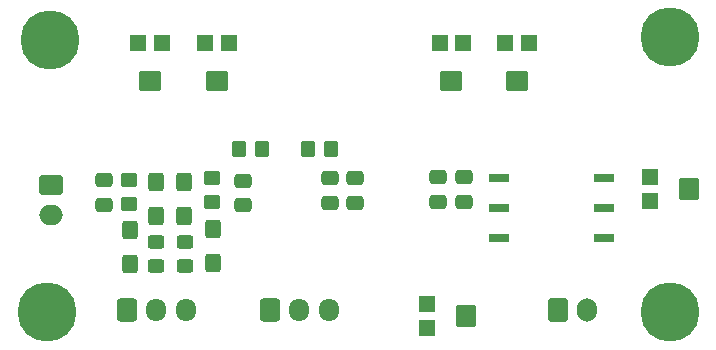
<source format=gts>
%TF.GenerationSoftware,KiCad,Pcbnew,8.0.0*%
%TF.CreationDate,2024-03-25T10:57:50+01:00*%
%TF.ProjectId,MicAmp,4d696341-6d70-42e6-9b69-6361645f7063,v2*%
%TF.SameCoordinates,Original*%
%TF.FileFunction,Soldermask,Top*%
%TF.FilePolarity,Negative*%
%FSLAX46Y46*%
G04 Gerber Fmt 4.6, Leading zero omitted, Abs format (unit mm)*
G04 Created by KiCad (PCBNEW 8.0.0) date 2024-03-25 10:57:50*
%MOMM*%
%LPD*%
G01*
G04 APERTURE LIST*
G04 Aperture macros list*
%AMRoundRect*
0 Rectangle with rounded corners*
0 $1 Rounding radius*
0 $2 $3 $4 $5 $6 $7 $8 $9 X,Y pos of 4 corners*
0 Add a 4 corners polygon primitive as box body*
4,1,4,$2,$3,$4,$5,$6,$7,$8,$9,$2,$3,0*
0 Add four circle primitives for the rounded corners*
1,1,$1+$1,$2,$3*
1,1,$1+$1,$4,$5*
1,1,$1+$1,$6,$7*
1,1,$1+$1,$8,$9*
0 Add four rect primitives between the rounded corners*
20,1,$1+$1,$2,$3,$4,$5,0*
20,1,$1+$1,$4,$5,$6,$7,0*
20,1,$1+$1,$6,$7,$8,$9,0*
20,1,$1+$1,$8,$9,$2,$3,0*%
G04 Aperture macros list end*
%ADD10RoundRect,0.250000X0.350000X0.450000X-0.350000X0.450000X-0.350000X-0.450000X0.350000X-0.450000X0*%
%ADD11RoundRect,0.250000X-0.475000X0.337500X-0.475000X-0.337500X0.475000X-0.337500X0.475000X0.337500X0*%
%ADD12RoundRect,0.250000X0.450000X-0.325000X0.450000X0.325000X-0.450000X0.325000X-0.450000X-0.325000X0*%
%ADD13RoundRect,0.250000X-0.450000X0.350000X-0.450000X-0.350000X0.450000X-0.350000X0.450000X0.350000X0*%
%ADD14RoundRect,0.102000X-0.600000X0.600000X-0.600000X-0.600000X0.600000X-0.600000X0.600000X0.600000X0*%
%ADD15RoundRect,0.102000X-0.800000X0.750000X-0.800000X-0.750000X0.800000X-0.750000X0.800000X0.750000X0*%
%ADD16RoundRect,0.250000X0.425000X-0.537500X0.425000X0.537500X-0.425000X0.537500X-0.425000X-0.537500X0*%
%ADD17RoundRect,0.250000X-0.750000X0.600000X-0.750000X-0.600000X0.750000X-0.600000X0.750000X0.600000X0*%
%ADD18O,2.000000X1.700000*%
%ADD19R,1.803400X0.685800*%
%ADD20RoundRect,0.250000X0.475000X-0.337500X0.475000X0.337500X-0.475000X0.337500X-0.475000X-0.337500X0*%
%ADD21RoundRect,0.102000X-0.600000X-0.600000X0.600000X-0.600000X0.600000X0.600000X-0.600000X0.600000X0*%
%ADD22RoundRect,0.102000X-0.750000X-0.800000X0.750000X-0.800000X0.750000X0.800000X-0.750000X0.800000X0*%
%ADD23RoundRect,0.250000X-0.600000X-0.750000X0.600000X-0.750000X0.600000X0.750000X-0.600000X0.750000X0*%
%ADD24O,1.700000X2.000000*%
%ADD25C,2.900000*%
%ADD26C,5.000000*%
%ADD27RoundRect,0.250000X-0.425000X0.537500X-0.425000X-0.537500X0.425000X-0.537500X0.425000X0.537500X0*%
%ADD28RoundRect,0.250000X-0.600000X-0.725000X0.600000X-0.725000X0.600000X0.725000X-0.600000X0.725000X0*%
%ADD29O,1.700000X1.950000*%
G04 APERTURE END LIST*
D10*
%TO.C,R13*%
X122956300Y-114986500D03*
X120956300Y-114986500D03*
%TD*%
D11*
%TO.C,C11*%
X122829600Y-117463100D03*
X122829600Y-119538100D03*
%TD*%
D12*
%TO.C,L2*%
X110620800Y-124896400D03*
X110620800Y-122846400D03*
%TD*%
D13*
%TO.C,R12*%
X112860600Y-117485300D03*
X112860600Y-119485300D03*
%TD*%
D14*
%TO.C,VR4*%
X139700000Y-106028100D03*
D15*
X138700000Y-109278100D03*
D14*
X137700000Y-106028100D03*
%TD*%
D16*
%TO.C,C14*%
X112935600Y-124668100D03*
X112935600Y-121793100D03*
%TD*%
D17*
%TO.C,Mic_In*%
X99231900Y-118060200D03*
D18*
X99231900Y-120560200D03*
%TD*%
D11*
%TO.C,C12*%
X125004500Y-117475900D03*
X125004500Y-119550900D03*
%TD*%
D19*
%TO.C,U5*%
X137149000Y-117422800D03*
X137149000Y-119962800D03*
X137149000Y-122502800D03*
X146039000Y-122502800D03*
X146039000Y-119962800D03*
X146039000Y-117422800D03*
%TD*%
D20*
%TO.C,C17*%
X103731300Y-119704300D03*
X103731300Y-117629300D03*
%TD*%
D21*
%TO.C,Mic_Out*%
X149982500Y-117356200D03*
D22*
X153232500Y-118356200D03*
D21*
X149982500Y-119356200D03*
%TD*%
D23*
%TO.C,Out_Audio*%
X142126500Y-128646400D03*
D24*
X144626500Y-128646400D03*
%TD*%
D25*
%TO.C,H1*%
X99135500Y-105805600D03*
D26*
X99135500Y-105805600D03*
%TD*%
D27*
%TO.C,C13*%
X105908100Y-121827800D03*
X105908100Y-124702800D03*
%TD*%
D10*
%TO.C,R10*%
X117115000Y-114997900D03*
X115115000Y-114997900D03*
%TD*%
D25*
%TO.C,H3*%
X98864800Y-128804100D03*
D26*
X98864800Y-128804100D03*
%TD*%
D21*
%TO.C,Volume_Audio*%
X131113600Y-128149700D03*
D22*
X134363600Y-129149700D03*
D21*
X131113600Y-130149700D03*
%TD*%
D11*
%TO.C,C20*%
X134229700Y-117379500D03*
X134229700Y-119454500D03*
%TD*%
D28*
%TO.C,Supp_MicAmp1*%
X105636700Y-128646400D03*
D29*
X108136700Y-128646400D03*
X110636700Y-128646400D03*
%TD*%
D13*
%TO.C,R11*%
X105855600Y-117631900D03*
X105855600Y-119631900D03*
%TD*%
D14*
%TO.C,VR2*%
X108602700Y-106028100D03*
D15*
X107602700Y-109278100D03*
D14*
X106602700Y-106028100D03*
%TD*%
D11*
%TO.C,C19*%
X131996900Y-117363900D03*
X131996900Y-119438900D03*
%TD*%
D14*
%TO.C,VR1*%
X134141300Y-106028100D03*
D15*
X133141300Y-109278100D03*
D14*
X132141300Y-106028100D03*
%TD*%
D28*
%TO.C,Volume_Audio*%
X117766800Y-128646400D03*
D29*
X120266800Y-128646400D03*
X122766800Y-128646400D03*
%TD*%
D11*
%TO.C,C18*%
X115496500Y-117678000D03*
X115496500Y-119753000D03*
%TD*%
D12*
%TO.C,L1*%
X108126700Y-124894300D03*
X108126700Y-122844300D03*
%TD*%
D16*
%TO.C,C16*%
X110474600Y-120635400D03*
X110474600Y-117760400D03*
%TD*%
D25*
%TO.C,H4*%
X151623700Y-128804100D03*
D26*
X151623700Y-128804100D03*
%TD*%
D14*
%TO.C,VR3*%
X114300000Y-106028100D03*
D15*
X113300000Y-109278100D03*
D14*
X112300000Y-106028100D03*
%TD*%
D27*
%TO.C,C15*%
X108118900Y-117765600D03*
X108118900Y-120640600D03*
%TD*%
D25*
%TO.C,H2*%
X151623700Y-105540300D03*
D26*
X151623700Y-105540300D03*
%TD*%
M02*

</source>
